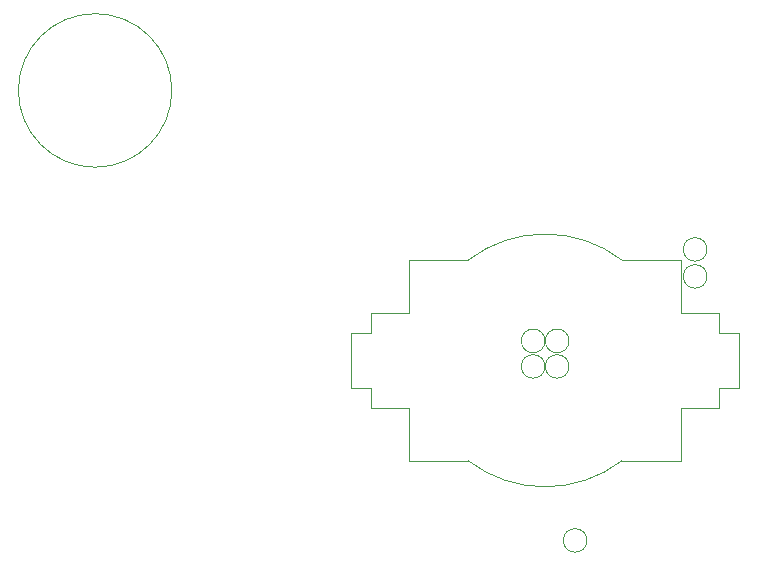
<source format=gbr>
G04 #@! TF.GenerationSoftware,KiCad,Pcbnew,8.0.0*
G04 #@! TF.CreationDate,2024-07-21T16:15:32-03:00*
G04 #@! TF.ProjectId,STM32XP,53544d33-3258-4502-9e6b-696361645f70,00*
G04 #@! TF.SameCoordinates,Original*
G04 #@! TF.FileFunction,Other,User*
%FSLAX46Y46*%
G04 Gerber Fmt 4.6, Leading zero omitted, Abs format (unit mm)*
G04 Created by KiCad (PCBNEW 8.0.0) date 2024-07-21 16:15:32*
%MOMM*%
%LPD*%
G01*
G04 APERTURE LIST*
%ADD10C,0.050000*%
G04 APERTURE END LIST*
D10*
G04 #@! TO.C,TP16*
X163700000Y-92888000D02*
G75*
G02*
X161700000Y-92888000I-1000000J0D01*
G01*
X161700000Y-92888000D02*
G75*
G02*
X163700000Y-92888000I1000000J0D01*
G01*
G04 #@! TO.C,TP21*
X153540000Y-115240000D02*
G75*
G02*
X151540000Y-115240000I-1000000J0D01*
G01*
X151540000Y-115240000D02*
G75*
G02*
X153540000Y-115240000I1000000J0D01*
G01*
G04 #@! TO.C,TP18*
X149984000Y-98349000D02*
G75*
G02*
X147984000Y-98349000I-1000000J0D01*
G01*
X147984000Y-98349000D02*
G75*
G02*
X149984000Y-98349000I1000000J0D01*
G01*
G04 #@! TO.C,TP19*
X152016000Y-100508000D02*
G75*
G02*
X150016000Y-100508000I-1000000J0D01*
G01*
X150016000Y-100508000D02*
G75*
G02*
X152016000Y-100508000I1000000J0D01*
G01*
G04 #@! TO.C,TP20*
X149984000Y-100508000D02*
G75*
G02*
X147984000Y-100508000I-1000000J0D01*
G01*
X147984000Y-100508000D02*
G75*
G02*
X149984000Y-100508000I1000000J0D01*
G01*
G04 #@! TO.C,TP17*
X152016000Y-98349000D02*
G75*
G02*
X150016000Y-98349000I-1000000J0D01*
G01*
X150016000Y-98349000D02*
G75*
G02*
X152016000Y-98349000I1000000J0D01*
G01*
G04 #@! TO.C,TP15*
X163700000Y-90602000D02*
G75*
G02*
X161700000Y-90602000I-1000000J0D01*
G01*
X161700000Y-90602000D02*
G75*
G02*
X163700000Y-90602000I1000000J0D01*
G01*
G04 #@! TO.C,BT1*
X133550000Y-97700000D02*
X135300000Y-97700000D01*
X133550000Y-102300000D02*
X133550000Y-97700000D01*
X133550000Y-102300000D02*
X135300000Y-102300000D01*
X135300000Y-97700000D02*
X135300000Y-96000000D01*
X135300000Y-104000000D02*
X135300000Y-102300000D01*
X138500000Y-91500000D02*
X138500000Y-96000000D01*
X138500000Y-91500000D02*
X143500000Y-91500000D01*
X138500000Y-96000000D02*
X135300000Y-96000000D01*
X138500000Y-104000000D02*
X135300000Y-104000000D01*
X138500000Y-108500000D02*
X138500000Y-104000000D01*
X143500000Y-108500000D02*
X138500000Y-108500000D01*
X156500000Y-91500000D02*
X161500000Y-91500000D01*
X156500000Y-108500000D02*
X161500000Y-108500000D01*
X161500000Y-91500000D02*
X161500000Y-96000000D01*
X161500000Y-96000000D02*
X164700000Y-96000000D01*
X161500000Y-104000000D02*
X161500000Y-108500000D01*
X164700000Y-96000000D02*
X164700000Y-97700000D01*
X164700000Y-97700000D02*
X166450000Y-97700000D01*
X164700000Y-102300000D02*
X164700000Y-104000000D01*
X164700000Y-104000000D02*
X161500000Y-104000000D01*
X166450000Y-97700000D02*
X166450000Y-102300000D01*
X166450000Y-102300000D02*
X164700000Y-102300000D01*
X143500000Y-91500000D02*
G75*
G02*
X156499999Y-91500000I6500000J-8500000D01*
G01*
X156500000Y-108500000D02*
G75*
G02*
X143500001Y-108500000I-6500000J8500000D01*
G01*
G04 #@! TO.C,LS1*
X118400000Y-77140000D02*
G75*
G02*
X105400000Y-77140000I-6500000J0D01*
G01*
X105400000Y-77140000D02*
G75*
G02*
X118400000Y-77140000I6500000J0D01*
G01*
G04 #@! TD*
M02*

</source>
